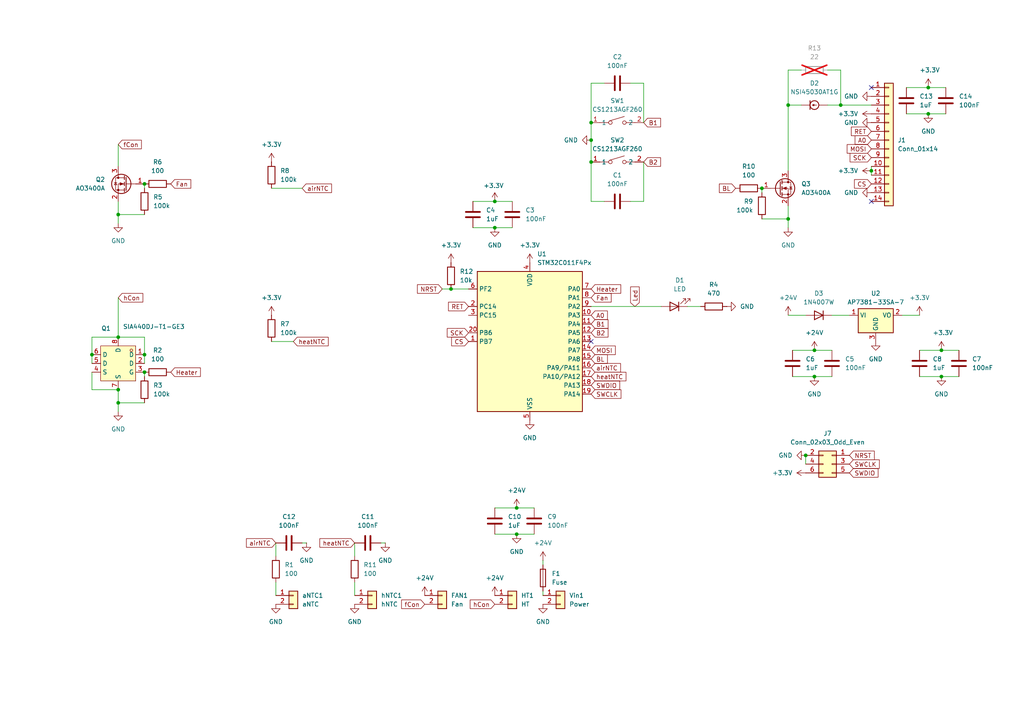
<source format=kicad_sch>
(kicad_sch (version 20250114) (generator "eeschema") (generator_version "9.0")
  (paper "A4")
  (lib_symbols
    (symbol "Connector_Generic:Conn_01x02" (pin_names (offset 1.016) (hide yes))
      (property "Reference" "J" (at 0 2.54 0))
      (property "Value" "Conn_01x02" (at 0 -5.08 0))
      (symbol "Conn_01x02_1_1"
        (rectangle (start -1.27 1.27) (end 1.27 -3.81) (stroke (width 0.254)) (fill (type background)))
        (rectangle (start -1.27 0.127) (end 0 -0.127) (stroke (width 0.1524)))
        (rectangle (start -1.27 -2.413) (end 0 -2.667) (stroke (width 0.1524)))
        (pin passive line (at -5.08 0 0) (length 3.81) (name "Pin_1") (number "1"))
        (pin passive line (at -5.08 -2.54 0) (length 3.81) (name "Pin_2") (number "2"))
      )
    )
    (symbol "Connector_Generic:Conn_01x14" (pin_names (offset 1.016) (hide yes))
      (property "Reference" "J" (at 0 17.78 0))
      (property "Value" "Conn_01x14" (at 0 -20.32 0))
      (symbol "Conn_01x14_1_1"
        (rectangle (start -1.27 16.51) (end 1.27 -19.05) (stroke (width 0.254)) (fill (type background)))
        (rectangle (start -1.27 15.367) (end 0 15.113) (stroke (width 0.1524)))
        (rectangle (start -1.27 12.827) (end 0 12.573) (stroke (width 0.1524)))
        (rectangle (start -1.27 10.287) (end 0 10.033) (stroke (width 0.1524)))
        (rectangle (start -1.27 7.747) (end 0 7.493) (stroke (width 0.1524)))
        (rectangle (start -1.27 5.207) (end 0 4.953) (stroke (width 0.1524)))
        (rectangle (start -1.27 2.667) (end 0 2.413) (stroke (width 0.1524)))
        (rectangle (start -1.27 0.127) (end 0 -0.127) (stroke (width 0.1524)))
        (rectangle (start -1.27 -2.413) (end 0 -2.667) (stroke (width 0.1524)))
        (rectangle (start -1.27 -4.953) (end 0 -5.207) (stroke (width 0.1524)))
        (rectangle (start -1.27 -7.493) (end 0 -7.747) (stroke (width 0.1524)))
        (rectangle (start -1.27 -10.033) (end 0 -10.287) (stroke (width 0.1524)))
        (rectangle (start -1.27 -12.573) (end 0 -12.827) (stroke (width 0.1524)))
        (rectangle (start -1.27 -15.113) (end 0 -15.367) (stroke (width 0.1524)))
        (rectangle (start -1.27 -17.653) (end 0 -17.907) (stroke (width 0.1524)))
        (pin passive line (at -5.08 15.24 0) (length 3.81) (name "Pin_1") (number "1"))
        (pin passive line (at -5.08 12.7 0) (length 3.81) (name "Pin_2") (number "2"))
        (pin passive line (at -5.08 10.16 0) (length 3.81) (name "Pin_3") (number "3"))
        (pin passive line (at -5.08 7.62 0) (length 3.81) (name "Pin_4") (number "4"))
        (pin passive line (at -5.08 5.08 0) (length 3.81) (name "Pin_5") (number "5"))
        (pin passive line (at -5.08 2.54 0) (length 3.81) (name "Pin_6") (number "6"))
        (pin passive line (at -5.08 0 0) (length 3.81) (name "Pin_7") (number "7"))
        (pin passive line (at -5.08 -2.54 0) (length 3.81) (name "Pin_8") (number "8"))
        (pin passive line (at -5.08 -5.08 0) (length 3.81) (name "Pin_9") (number "9"))
        (pin passive line (at -5.08 -7.62 0) (length 3.81) (name "Pin_10") (number "10"))
        (pin passive line (at -5.08 -10.16 0) (length 3.81) (name "Pin_11") (number "11"))
        (pin passive line (at -5.08 -12.7 0) (length 3.81) (name "Pin_12") (number "12"))
        (pin passive line (at -5.08 -15.24 0) (length 3.81) (name "Pin_13") (number "13"))
        (pin passive line (at -5.08 -17.78 0) (length 3.81) (name "Pin_14") (number "14"))
      )
    )
    (symbol "Connector_Generic:Conn_02x03_Odd_Even" (pin_names (offset 1.016) (hide yes))
      (property "Reference" "J" (at 1.27 5.08 0))
      (property "Value" "Conn_02x03_Odd_Even" (at 1.27 -5.08 0))
      (symbol "Conn_02x03_Odd_Even_1_1"
        (rectangle (start -1.27 3.81) (end 3.81 -3.81) (stroke (width 0.254)) (fill (type background)))
        (rectangle (start -1.27 2.667) (end 0 2.413) (stroke (width 0.1524)))
        (rectangle (start -1.27 0.127) (end 0 -0.127) (stroke (width 0.1524)))
        (rectangle (start -1.27 -2.413) (end 0 -2.667) (stroke (width 0.1524)))
        (rectangle (start 3.81 2.667) (end 2.54 2.413) (stroke (width 0.1524)))
        (rectangle (start 3.81 0.127) (end 2.54 -0.127) (stroke (width 0.1524)))
        (rectangle (start 3.81 -2.413) (end 2.54 -2.667) (stroke (width 0.1524)))
        (pin passive line (at -5.08 2.54 0) (length 3.81) (name "Pin_1") (number "1"))
        (pin passive line (at -5.08 0 0) (length 3.81) (name "Pin_3") (number "3"))
        (pin passive line (at -5.08 -2.54 0) (length 3.81) (name "Pin_5") (number "5"))
        (pin passive line (at 7.62 2.54 180) (length 3.81) (name "Pin_2") (number "2"))
        (pin passive line (at 7.62 0 180) (length 3.81) (name "Pin_4") (number "4"))
        (pin passive line (at 7.62 -2.54 180) (length 3.81) (name "Pin_6") (number "6"))
      )
    )
    (symbol "Device:C" (pin_numbers (hide yes)) (pin_names (offset 0.254))
      (property "Reference" "C" (at 0.635 2.54 0))
      (property "Value" "C" (at 0.635 -2.54 0))
      (symbol "C_0_1"
        (polyline (pts (xy -2.032 0.762) (xy 2.032 0.762)) (stroke (width 0.508)))
        (polyline (pts (xy -2.032 -0.762) (xy 2.032 -0.762)) (stroke (width 0.508)))
      )
      (symbol "C_1_1"
        (pin passive line (at 0 3.81 270) (length 2.794) (name "~") (number "1"))
        (pin passive line (at 0 -3.81 90) (length 2.794) (name "~") (number "2"))
      )
    )
    (symbol "Device:D_Current-regulator" (pin_numbers (hide yes)) (pin_names (offset 1.016) (hide yes))
      (property "Reference" "D" (at 0 2.54 0))
      (property "Value" "D_Current-regulator" (at 0 -2.54 0))
      (symbol "D_Current-regulator_0_1"
        (polyline (pts (xy -1.27 1.27) (xy -1.27 -1.27)) (stroke (width 0.254)))
      )
      (symbol "D_Current-regulator_1_1"
        (polyline (pts (xy -0.127 0.254) (xy -0.635 0) (xy -0.127 -0.254) (xy -0.127 0.254)) (fill (type outline)))
        (polyline (pts (xy -0.127 0) (xy 0.635 0)))
        (circle (center 0 0) (radius 1.27) (stroke (width 0.254)))
        (pin passive line (at -3.81 0 0) (length 2.54) (name "K") (number "1"))
        (pin passive line (at 3.81 0 180) (length 2.54) (name "A") (number "2"))
      )
    )
    (symbol "Device:Fuse" (pin_numbers (hide yes)) (pin_names (offset 0))
      (property "Reference" "F" (at 2.032 0 90))
      (property "Value" "Fuse" (at -1.905 0 90))
      (symbol "Fuse_0_1"
        (rectangle (start -0.762 -2.54) (end 0.762 2.54) (stroke (width 0.254)))
        (polyline (pts (xy 0 2.54) (xy 0 -2.54)))
      )
      (symbol "Fuse_1_1"
        (pin passive line (at 0 3.81 270) (length 1.27) (name "~") (number "1"))
        (pin passive line (at 0 -3.81 90) (length 1.27) (name "~") (number "2"))
      )
    )
    (symbol "Device:LED" (pin_numbers (hide yes)) (pin_names (offset 1.016) (hide yes))
      (property "Reference" "D" (at 0 2.54 0))
      (property "Value" "LED" (at 0 -2.54 0))
      (symbol "LED_0_1"
        (polyline (pts (xy -3.048 -0.762) (xy -4.572 -2.286) (xy -3.81 -2.286) (xy -4.572 -2.286) (xy -4.572 -1.524)))
        (polyline (pts (xy -1.778 -0.762) (xy -3.302 -2.286) (xy -2.54 -2.286) (xy -3.302 -2.286) (xy -3.302 -1.524)))
        (polyline (pts (xy -1.27 0) (xy 1.27 0)))
        (polyline (pts (xy -1.27 -1.27) (xy -1.27 1.27)) (stroke (width 0.254)))
        (polyline (pts (xy 1.27 -1.27) (xy 1.27 1.27) (xy -1.27 0) (xy 1.27 -1.27)) (stroke (width 0.254)))
      )
      (symbol "LED_1_1"
        (pin passive line (at -3.81 0 0) (length 2.54) (name "K") (number "1"))
        (pin passive line (at 3.81 0 180) (length 2.54) (name "A") (number "2"))
      )
    )
    (symbol "Device:R" (pin_numbers (hide yes)) (pin_names (offset 0))
      (property "Reference" "R" (at 2.032 0 90))
      (property "Value" "R" (at 0 0 90))
      (symbol "R_0_1"
        (rectangle (start -1.016 -2.54) (end 1.016 2.54) (stroke (width 0.254)))
      )
      (symbol "R_1_1"
        (pin passive line (at 0 3.81 270) (length 1.27) (name "~") (number "1"))
        (pin passive line (at 0 -3.81 90) (length 1.27) (name "~") (number "2"))
      )
    )
    (symbol "Diode:1N4007" (pin_numbers (hide yes)) (pin_names (hide yes))
      (property "Reference" "D" (at 0 2.54 0))
      (property "Value" "1N4007" (at 0 -2.54 0))
      (symbol "1N4007_0_1"
        (polyline (pts (xy -1.27 1.27) (xy -1.27 -1.27)) (stroke (width 0.254)))
        (polyline (pts (xy 1.27 1.27) (xy 1.27 -1.27) (xy -1.27 0) (xy 1.27 1.27)) (stroke (width 0.254)))
        (polyline (pts (xy 1.27 0) (xy -1.27 0)))
      )
      (symbol "1N4007_1_1"
        (pin passive line (at -3.81 0 0) (length 2.54) (name "K") (number "1"))
        (pin passive line (at 3.81 0 180) (length 2.54) (name "A") (number "2"))
      )
    )
    (symbol "MCU_ST_STM32C0:STM32C011F4Px"
      (property "Reference" "U" (at -15.24 21.59 0))
      (property "Value" "STM32C011F4Px" (at 2.54 21.59 0))
      (symbol "STM32C011F4Px_0_1"
        (rectangle (start -15.24 -20.32) (end 15.24 20.32) (stroke (width 0.254)) (fill (type background)))
      )
      (symbol "STM32C011F4Px_1_1"
        (pin bidirectional line (at -17.78 15.24 0) (length 2.54) (name "PF2") (number "6"))
        (pin bidirectional line (at -17.78 10.16 0) (length 2.54) (name "PC14") (number "2"))
        (pin bidirectional line (at -17.78 7.62 0) (length 2.54) (name "PC15") (number "3"))
        (pin bidirectional line (at -17.78 2.54 0) (length 2.54) (name "PB6") (number "20"))
        (pin bidirectional line (at -17.78 0 0) (length 2.54) (name "PB7") (number "1"))
        (pin power_in line (at 0 22.86 270) (length 2.54) (name "VDD") (number "4"))
        (pin power_in line (at 0 -22.86 90) (length 2.54) (name "VSS") (number "5"))
        (pin bidirectional line (at 17.78 15.24 180) (length 2.54) (name "PA0") (number "7"))
        (pin bidirectional line (at 17.78 12.7 180) (length 2.54) (name "PA1") (number "8"))
        (pin bidirectional line (at 17.78 10.16 180) (length 2.54) (name "PA2") (number "9"))
        (pin bidirectional line (at 17.78 7.62 180) (length 2.54) (name "PA3") (number "10"))
        (pin bidirectional line (at 17.78 5.08 180) (length 2.54) (name "PA4") (number "11"))
        (pin bidirectional line (at 17.78 2.54 180) (length 2.54) (name "PA5") (number "12"))
        (pin bidirectional line (at 17.78 0 180) (length 2.54) (name "PA6") (number "13"))
        (pin bidirectional line (at 17.78 -2.54 180) (length 2.54) (name "PA7") (number "14"))
        (pin bidirectional line (at 17.78 -5.08 180) (length 2.54) (name "PA8") (number "15"))
        (pin bidirectional line (at 17.78 -7.62 180) (length 2.54) (name "PA9/PA11") (number "16"))
        (pin bidirectional line (at 17.78 -10.16 180) (length 2.54) (name "PA10/PA12") (number "17"))
        (pin bidirectional line (at 17.78 -12.7 180) (length 2.54) (name "PA13") (number "18"))
        (pin bidirectional line (at 17.78 -15.24 180) (length 2.54) (name "PA14") (number "19"))
      )
    )
    (symbol "Regulator_Linear:AP7381-33SA-7"
      (property "Reference" "U" (at -3.81 3.175 0))
      (property "Value" "AP7381-33SA-7" (at 0 3.175 0))
      (symbol "AP7381-33SA-7_0_1"
        (rectangle (start -5.08 1.905) (end 5.08 -5.08) (stroke (width 0.254)) (fill (type background)))
      )
      (symbol "AP7381-33SA-7_1_1"
        (pin power_in line (at -7.62 0 0) (length 2.54) (name "VI") (number "1"))
        (pin power_in line (at 0 -7.62 90) (length 2.54) (name "GND") (number "3"))
        (pin power_out line (at 7.62 0 180) (length 2.54) (name "VO") (number "2"))
      )
    )
    (symbol "Transistor_FET:AO3400A" (pin_names (offset 0) (hide yes))
      (property "Reference" "Q" (at 5.08 1.905 0))
      (property "Value" "AO3400A" (at 5.08 0 0))
      (symbol "AO3400A_0_1"
        (polyline (pts (xy 0.254 1.905) (xy 0.254 -1.905)) (stroke (width 0.254)))
        (polyline (pts (xy 0.254 0) (xy -2.54 0)))
        (polyline (pts (xy 0.762 2.286) (xy 0.762 1.27)) (stroke (width 0.254)))
        (polyline (pts (xy 0.762 0.508) (xy 0.762 -0.508)) (stroke (width 0.254)))
        (polyline (pts (xy 0.762 -1.27) (xy 0.762 -2.286)) (stroke (width 0.254)))
        (polyline (pts (xy 0.762 -1.778) (xy 3.302 -1.778) (xy 3.302 1.778) (xy 0.762 1.778)))
        (polyline (pts (xy 1.016 0) (xy 2.032 0.381) (xy 2.032 -0.381) (xy 1.016 0)) (fill (type outline)))
        (circle (center 1.651 0) (radius 2.794) (stroke (width 0.254)))
        (polyline (pts (xy 2.54 2.54) (xy 2.54 1.778)))
        (circle (center 2.54 1.778) (radius 0.254) (fill (type outline)))
        (circle (center 2.54 -1.778) (radius 0.254) (fill (type outline)))
        (polyline (pts (xy 2.54 -2.54) (xy 2.54 0) (xy 0.762 0)))
        (polyline (pts (xy 2.921 0.381) (xy 3.683 0.381)))
        (polyline (pts (xy 3.302 0.381) (xy 2.921 -0.254) (xy 3.683 -0.254) (xy 3.302 0.381)))
      )
      (symbol "AO3400A_1_1"
        (pin input line (at -5.08 0 0) (length 2.54) (name "G") (number "1"))
        (pin passive line (at 2.54 5.08 270) (length 2.54) (name "D") (number "3"))
        (pin passive line (at 2.54 -5.08 90) (length 2.54) (name "S") (number "2"))
      )
    )
    (symbol "easyeda2kicad:SIA440DJ-T1-GE3"
      (property "Reference" "Q" (at 0 12.7 0))
      (property "Value" "SIA440DJ-T1-GE3" (at 0 -12.7 0))
      (symbol "SIA440DJ-T1-GE3_0_1"
        (rectangle (start -5.08 5.08) (end 5.08 -5.08) (fill (type background)))
        (circle (center -3.81 3.81) (radius 0.38))
        (pin unspecified line (at -7.62 2.54 0) (length 2.54) (name "D") (number "1"))
        (pin unspecified line (at -7.62 0 0) (length 2.54) (name "D") (number "2"))
        (pin unspecified line (at -7.62 -2.54 0) (length 2.54) (name "G") (number "3"))
        (pin unspecified line (at 0 7.62 270) (length 2.54) (name "D") (number "8"))
        (pin unspecified line (at 0 -7.62 90) (length 2.54) (name "S") (number "7"))
        (pin unspecified line (at 7.62 2.54 180) (length 2.54) (name "D") (number "6"))
        (pin unspecified line (at 7.62 0 180) (length 2.54) (name "D") (number "5"))
        (pin unspecified line (at 7.62 -2.54 180) (length 2.54) (name "S") (number "4"))
      )
    )
    (symbol "easyeda2kicad:TS-1088-AR02016"
      (property "Reference" "SW" (at 0 5.08 0))
      (property "Value" "TS-1088-AR02016" (at 0 -5.08 0))
      (symbol "TS-1088-AR02016_0_1"
        (polyline (pts (xy -5.08 0) (xy -2.54 0)))
        (polyline (pts (xy -2.29 0.51) (xy 2.03 1.78)))
        (circle (center -2.03 0) (radius 0.51))
        (circle (center 2.03 0) (radius 0.51))
        (polyline (pts (xy 5.08 0) (xy 2.54 0)))
        (pin unspecified line (at -7.62 0 0) (length 2.54) (name "1") (number "1"))
        (pin unspecified line (at 7.62 0 180) (length 2.54) (name "2") (number "2"))
      )
    )
    (symbol "power:+24V" (power) (pin_numbers (hide yes)) (pin_names (offset 0) (hide yes))
      (property "Value" "+24V" (at 0 3.556 0))
      (symbol "+24V_0_1"
        (polyline (pts (xy -0.762 1.27) (xy 0 2.54)))
        (polyline (pts (xy 0 2.54) (xy 0.762 1.27)))
        (polyline (pts (xy 0 0) (xy 0 2.54)))
      )
      (symbol "+24V_1_1"
        (pin power_in line (at 0 0 90) (length 0) (name "~") (number "1"))
      )
    )
    (symbol "power:+3.3V" (power) (pin_numbers (hide yes)) (pin_names (offset 0) (hide yes))
      (property "Value" "+3.3V" (at 0 3.556 0))
      (symbol "+3.3V_0_1"
        (polyline (pts (xy -0.762 1.27) (xy 0 2.54)))
        (polyline (pts (xy 0 2.54) (xy 0.762 1.27)))
        (polyline (pts (xy 0 0) (xy 0 2.54)))
      )
      (symbol "+3.3V_1_1"
        (pin power_in line (at 0 0 90) (length 0) (name "~") (number "1"))
      )
    )
    (symbol "power:GND" (power) (pin_numbers (hide yes)) (pin_names (offset 0) (hide yes))
      (property "Value" "GND" (at 0 -3.81 0))
      (symbol "GND_0_1"
        (polyline (pts (xy 0 0) (xy 0 -1.27) (xy 1.27 -1.27) (xy 0 -2.54) (xy -1.27 -1.27) (xy 0 -1.27)))
      )
      (symbol "GND_1_1"
        (pin power_in line (at 0 0 270) (length 0) (name "~") (number "1"))
      )
    )
  )
  (junction (at 228.6 63.5))
  (junction (at 269.24 33.02))
  (junction (at 34.29 62.23))
  (junction (at 171.45 40.64))
  (junction (at 252.73 49.53))
  (junction (at 273.05 109.22))
  (junction (at 233.68 132.08))
  (junction (at 143.51 58.42))
  (junction (at 236.22 101.6))
  (junction (at 171.45 46.99))
  (junction (at 269.24 25.4))
  (junction (at 236.22 109.22))
  (junction (at 149.86 147.32))
  (junction (at 143.51 66.04))
  (junction (at 220.98 54.61))
  (junction (at 228.6 30.48))
  (junction (at 26.67 102.87))
  (junction (at 130.81 83.82))
  (junction (at 273.05 101.6))
  (junction (at 149.86 154.94))
  (junction (at 34.29 97.79))
  (junction (at 34.29 116.84))
  (junction (at 41.91 53.34))
  (junction (at 41.91 102.87))
  (junction (at 41.91 107.95))
  (junction (at 171.45 35.56))
  (junction (at 243.84 30.48))
  (junction (at 34.29 113.03))
  (no_connect (at 252.73 25.4))
  (no_connect (at 171.45 99.06))
  (no_connect (at 252.73 58.42))
  (wire (pts (xy 278.13 109.22) (xy 273.05 109.22)))
  (wire (pts (xy 220.98 55.88) (xy 220.98 54.61)))
  (wire (pts (xy 233.68 132.08) (xy 233.68 134.62)))
  (wire (pts (xy 236.22 109.22) (xy 241.3 109.22)))
  (wire (pts (xy 273.05 101.6) (xy 278.13 101.6)))
  (wire (pts (xy 252.73 49.53) (xy 252.73 50.8)))
  (wire (pts (xy 182.88 58.42) (xy 186.69 58.42)))
  (wire (pts (xy 228.6 63.5) (xy 228.6 59.69)))
  (wire (pts (xy 171.45 24.13) (xy 175.26 24.13)))
  (wire (pts (xy 186.69 58.42) (xy 186.69 46.99)))
  (wire (pts (xy 171.45 58.42) (xy 175.26 58.42)))
  (wire (pts (xy 88.9 157.48) (xy 87.63 157.48)))
  (wire (pts (xy 269.24 25.4) (xy 274.32 25.4)))
  (wire (pts (xy 171.45 46.99) (xy 171.45 58.42)))
  (wire (pts (xy 229.87 109.22) (xy 236.22 109.22)))
  (wire (pts (xy 228.6 63.5) (xy 220.98 63.5)))
  (wire (pts (xy 232.41 20.32) (xy 228.6 20.32)))
  (wire (pts (xy 228.6 20.32) (xy 228.6 30.48)))
  (wire (pts (xy 80.01 168.91) (xy 80.01 172.72)))
  (wire (pts (xy 26.67 113.03) (xy 34.29 113.03)))
  (wire (pts (xy 34.29 62.23) (xy 41.91 62.23)))
  (wire (pts (xy 228.6 30.48) (xy 228.6 49.53)))
  (wire (pts (xy 243.84 30.48) (xy 240.03 30.48)))
  (wire (pts (xy 228.6 66.04) (xy 228.6 63.5)))
  (wire (pts (xy 266.7 91.44) (xy 261.62 91.44)))
  (wire (pts (xy 87.63 54.61) (xy 78.74 54.61)))
  (wire (pts (xy 182.88 24.13) (xy 186.69 24.13)))
  (wire (pts (xy 137.16 58.42) (xy 143.51 58.42)))
  (wire (pts (xy 128.27 83.82) (xy 130.81 83.82)))
  (wire (pts (xy 34.29 62.23) (xy 34.29 58.42)))
  (wire (pts (xy 111.76 157.48) (xy 110.49 157.48)))
  (wire (pts (xy 143.51 58.42) (xy 148.59 58.42)))
  (wire (pts (xy 171.45 24.13) (xy 171.45 35.56)))
  (wire (pts (xy 26.67 97.79) (xy 34.29 97.79)))
  (wire (pts (xy 34.29 86.36) (xy 34.29 97.79)))
  (wire (pts (xy 41.91 102.87) (xy 41.91 105.41)))
  (wire (pts (xy 266.7 101.6) (xy 273.05 101.6)))
  (wire (pts (xy 80.01 157.48) (xy 80.01 161.29)))
  (wire (pts (xy 171.45 88.9) (xy 191.77 88.9)))
  (wire (pts (xy 143.51 154.94) (xy 149.86 154.94)))
  (wire (pts (xy 149.86 154.94) (xy 154.94 154.94)))
  (wire (pts (xy 143.51 66.04) (xy 148.59 66.04)))
  (wire (pts (xy 186.69 24.13) (xy 186.69 35.56)))
  (wire (pts (xy 252.73 30.48) (xy 243.84 30.48)))
  (wire (pts (xy 157.48 171.45) (xy 157.48 172.72)))
  (wire (pts (xy 130.81 83.82) (xy 135.89 83.82)))
  (wire (pts (xy 34.29 116.84) (xy 41.91 116.84)))
  (wire (pts (xy 34.29 116.84) (xy 34.29 113.03)))
  (wire (pts (xy 229.87 101.6) (xy 236.22 101.6)))
  (wire (pts (xy 34.29 119.38) (xy 34.29 116.84)))
  (wire (pts (xy 41.91 97.79) (xy 41.91 102.87)))
  (wire (pts (xy 262.89 25.4) (xy 269.24 25.4)))
  (wire (pts (xy 228.6 91.44) (xy 233.68 91.44)))
  (wire (pts (xy 241.3 91.44) (xy 246.38 91.44)))
  (wire (pts (xy 157.48 162.56) (xy 157.48 163.83)))
  (wire (pts (xy 236.22 101.6) (xy 241.3 101.6)))
  (wire (pts (xy 41.91 54.61) (xy 41.91 53.34)))
  (wire (pts (xy 41.91 109.22) (xy 41.91 107.95)))
  (wire (pts (xy 143.51 147.32) (xy 149.86 147.32)))
  (wire (pts (xy 203.2 88.9) (xy 199.39 88.9)))
  (wire (pts (xy 149.86 147.32) (xy 154.94 147.32)))
  (wire (pts (xy 232.41 30.48) (xy 228.6 30.48)))
  (wire (pts (xy 85.09 99.06) (xy 78.74 99.06)))
  (wire (pts (xy 34.29 41.91) (xy 34.29 48.26)))
  (wire (pts (xy 262.89 33.02) (xy 269.24 33.02)))
  (wire (pts (xy 34.29 64.77) (xy 34.29 62.23)))
  (wire (pts (xy 41.91 97.79) (xy 34.29 97.79)))
  (wire (pts (xy 26.67 102.87) (xy 26.67 105.41)))
  (wire (pts (xy 26.67 97.79) (xy 26.67 102.87)))
  (wire (pts (xy 274.32 33.02) (xy 269.24 33.02)))
  (wire (pts (xy 26.67 107.95) (xy 26.67 113.03)))
  (wire (pts (xy 243.84 20.32) (xy 243.84 30.48)))
  (wire (pts (xy 171.45 40.64) (xy 171.45 46.99)))
  (wire (pts (xy 137.16 66.04) (xy 143.51 66.04)))
  (wire (pts (xy 102.87 157.48) (xy 102.87 161.29)))
  (wire (pts (xy 171.45 40.64) (xy 171.45 35.56)))
  (wire (pts (xy 102.87 168.91) (xy 102.87 172.72)))
  (wire (pts (xy 240.03 20.32) (xy 243.84 20.32)))
  (wire (pts (xy 252.73 48.26) (xy 252.73 49.53)))
  (wire (pts (xy 266.7 109.22) (xy 273.05 109.22)))
  (global_label "Fan" (shape input) (at 49.53 53.34 0) (property "Intersheetrefs" "${INTERSHEET_REFS}" (effects (hide yes))))
  (global_label "SWDIO" (shape input) (at 246.38 137.16 0) (property "Intersheetrefs" "${INTERSHEET_REFS}" (effects (hide yes))))
  (global_label "RET" (shape input) (at 135.89 88.9 180) (property "Intersheetrefs" "${INTERSHEET_REFS}" (effects (hide yes))))
  (global_label "hCon" (shape input) (at 143.51 175.26 180) (property "Intersheetrefs" "${INTERSHEET_REFS}" (effects (hide yes))))
  (global_label "fCon" (shape input) (at 34.29 41.91 0) (property "Intersheetrefs" "${INTERSHEET_REFS}" (effects (hide yes))))
  (global_label "airNTC" (shape input) (at 80.01 157.48 180) (property "Intersheetrefs" "${INTERSHEET_REFS}" (effects (hide yes))))
  (global_label "RET" (shape input) (at 252.73 38.1 180) (property "Intersheetrefs" "${INTERSHEET_REFS}" (effects (hide yes))))
  (global_label "fCon" (shape input) (at 123.19 175.26 180) (property "Intersheetrefs" "${INTERSHEET_REFS}" (effects (hide yes))))
  (global_label "CS" (shape input) (at 252.73 53.34 180) (property "Intersheetrefs" "${INTERSHEET_REFS}" (effects (hide yes))))
  (global_label "heatNTC" (shape input) (at 171.45 109.22 0) (property "Intersheetrefs" "${INTERSHEET_REFS}" (effects (hide yes))))
  (global_label "airNTC" (shape input) (at 171.45 106.68 0) (property "Intersheetrefs" "${INTERSHEET_REFS}" (effects (hide yes))))
  (global_label "SWDIO" (shape input) (at 171.45 111.76 0) (property "Intersheetrefs" "${INTERSHEET_REFS}" (effects (hide yes))))
  (global_label "SWCLK" (shape input) (at 171.45 114.3 0) (property "Intersheetrefs" "${INTERSHEET_REFS}" (effects (hide yes))))
  (global_label "MOSI" (shape input) (at 171.45 101.6 0) (property "Intersheetrefs" "${INTERSHEET_REFS}" (effects (hide yes))))
  (global_label "Heater" (shape input) (at 171.45 83.82 0) (property "Intersheetrefs" "${INTERSHEET_REFS}" (effects (hide yes))))
  (global_label "Fan" (shape input) (at 171.45 86.36 0) (property "Intersheetrefs" "${INTERSHEET_REFS}" (effects (hide yes))))
  (global_label "B1" (shape input) (at 171.45 93.98 0) (property "Intersheetrefs" "${INTERSHEET_REFS}" (effects (hide yes))))
  (global_label "B2" (shape input) (at 171.45 96.52 0) (property "Intersheetrefs" "${INTERSHEET_REFS}" (effects (hide yes))))
  (global_label "Led" (shape input) (at 184.15 88.9 90) (property "Intersheetrefs" "${INTERSHEET_REFS}" (effects (hide yes))))
  (global_label "SCK" (shape input) (at 135.89 96.52 180) (property "Intersheetrefs" "${INTERSHEET_REFS}" (effects (hide yes))))
  (global_label "NRST" (shape input) (at 128.27 83.82 180) (property "Intersheetrefs" "${INTERSHEET_REFS}" (effects (hide yes))))
  (global_label "B1" (shape input) (at 186.69 35.56 0) (property "Intersheetrefs" "${INTERSHEET_REFS}" (effects (hide yes))))
  (global_label "BL" (shape input) (at 171.45 104.14 0) (property "Intersheetrefs" "${INTERSHEET_REFS}" (effects (hide yes))))
  (global_label "A0" (shape input) (at 171.45 91.44 0) (property "Intersheetrefs" "${INTERSHEET_REFS}" (effects (hide yes))))
  (global_label "Heater" (shape input) (at 49.53 107.95 0) (property "Intersheetrefs" "${INTERSHEET_REFS}" (effects (hide yes))))
  (global_label "BL" (shape input) (at 213.36 54.61 180) (property "Intersheetrefs" "${INTERSHEET_REFS}" (effects (hide yes))))
  (global_label "heatNTC" (shape input) (at 102.87 157.48 180) (property "Intersheetrefs" "${INTERSHEET_REFS}" (effects (hide yes))))
  (global_label "NRST" (shape input) (at 246.38 132.08 0) (property "Intersheetrefs" "${INTERSHEET_REFS}" (effects (hide yes))))
  (global_label "hCon" (shape input) (at 34.29 86.36 0) (property "Intersheetrefs" "${INTERSHEET_REFS}" (effects (hide yes))))
  (global_label "CS" (shape input) (at 135.89 99.06 180) (property "Intersheetrefs" "${INTERSHEET_REFS}" (effects (hide yes))))
  (global_label "A0" (shape input) (at 252.73 40.64 180) (property "Intersheetrefs" "${INTERSHEET_REFS}" (effects (hide yes))))
  (global_label "B2" (shape input) (at 186.69 46.99 0) (property "Intersheetrefs" "${INTERSHEET_REFS}" (effects (hide yes))))
  (global_label "SWCLK" (shape input) (at 246.38 134.62 0) (property "Intersheetrefs" "${INTERSHEET_REFS}" (effects (hide yes))))
  (global_label "MOSI" (shape input) (at 252.73 43.18 180) (property "Intersheetrefs" "${INTERSHEET_REFS}" (effects (hide yes))))
  (global_label "SCK" (shape input) (at 252.73 45.72 180) (property "Intersheetrefs" "${INTERSHEET_REFS}" (effects (hide yes))))
  (global_label "heatNTC" (shape input) (at 85.09 99.06 0) (property "Intersheetrefs" "${INTERSHEET_REFS}" (effects (hide yes))))
  (global_label "airNTC" (shape input) (at 87.63 54.61 0) (property "Intersheetrefs" "${INTERSHEET_REFS}" (effects (hide yes))))
  (symbol (lib_id "power:+24V") (at 157.48 162.56 0) (unit 1)
    (property "Reference" "#PWR022" (effects (hide yes)))
    (property "Value" "+24V" (at 157.48 157.48 0))
    (property "Description" "Power symbol creates a global label with name \"+24V\"" (effects (hide yes)))
  )
  (symbol (lib_id "Device:C") (at 278.13 105.41 0) (unit 1)
    (property "Reference" "C7" (at 281.94 104.1399 0) (effects (justify left)))
    (property "Value" "100nF" (at 281.94 106.6799 0) (effects (justify left)))
    (property "Footprint" "Capacitor_SMD:C_0603_1608Metric" (effects (hide yes)))
    (property "Description" "Unpolarized capacitor" (effects (hide yes)))
  )
  (symbol (lib_id "Device:C") (at 148.59 62.23 0) (unit 1)
    (property "Reference" "C3" (at 152.4 60.9599 0) (effects (justify left)))
    (property "Value" "100nF" (at 152.4 63.4999 0) (effects (justify left)))
    (property "Footprint" "Capacitor_SMD:C_0603_1608Metric" (effects (hide yes)))
    (property "Description" "Unpolarized capacitor" (effects (hide yes)))
  )
  (symbol (lib_id "power:GND") (at 210.82 88.9 90) (unit 1)
    (property "Reference" "#PWR07" (effects (hide yes)))
    (property "Value" "GND" (at 214.63 88.8999 90) (effects (justify right)))
    (property "Description" "Power symbol creates a global label with name \"GND\" , ground" (effects (hide yes)))
  )
  (symbol (lib_id "power:GND") (at 34.29 64.77 0) (unit 1)
    (property "Reference" "#PWR06" (effects (hide yes)))
    (property "Value" "GND" (at 34.29 69.85 0))
    (property "Description" "Power symbol creates a global label with name \"GND\" , ground" (effects (hide yes)))
  )
  (symbol (lib_id "Device:R") (at 41.91 113.03 180) (unit 1)
    (property "Reference" "R3" (at 44.45 111.7599 0) (effects (justify right)))
    (property "Value" "100k" (at 44.45 114.2999 0) (effects (justify right)))
    (property "Footprint" "Resistor_SMD:R_0603_1608Metric" (effects (hide yes)))
    (property "Description" "Resistor" (effects (hide yes)))
  )
  (symbol (lib_id "Device:R") (at 80.01 165.1 0) (unit 1)
    (property "Reference" "R1" (at 82.55 163.8299 0) (effects (justify left)))
    (property "Value" "100" (at 82.55 166.3699 0) (effects (justify left)))
    (property "Footprint" "Resistor_SMD:R_0603_1608Metric" (effects (hide yes)))
    (property "Description" "Resistor" (effects (hide yes)))
  )
  (symbol (lib_id "Device:C") (at 266.7 105.41 0) (unit 1)
    (property "Reference" "C8" (at 270.51 104.1399 0) (effects (justify left)))
    (property "Value" "1uF" (at 270.51 106.6799 0) (effects (justify left)))
    (property "Footprint" "Capacitor_SMD:C_0805_2012Metric" (effects (hide yes)))
    (property "Description" "Unpolarized capacitor" (effects (hide yes)))
  )
  (symbol (lib_id "power:+3.3V") (at 273.05 101.6 0) (unit 1)
    (property "Reference" "#PWR027" (effects (hide yes)))
    (property "Value" "+3.3V" (at 270.51 96.52 0) (effects (justify left)))
    (property "Description" "Power symbol creates a global label with name \"+3.3V\"" (effects (hide yes)))
  )
  (symbol (lib_id "Device:R") (at 236.22 20.32 270) (unit 1) (dnp yes)
    (property "Reference" "R13" (at 236.22 13.97 90))
    (property "Value" "22" (at 236.22 16.51 90))
    (property "Footprint" "Resistor_SMD:R_0603_1608Metric" (effects (hide yes)))
    (property "Description" "Resistor" (effects (hide yes)))
  )
  (symbol (lib_id "Device:C") (at 274.32 29.21 0) (unit 1)
    (property "Reference" "C14" (at 278.13 27.9399 0) (effects (justify left)))
    (property "Value" "100nF" (at 278.13 30.4799 0) (effects (justify left)))
    (property "Footprint" "Capacitor_SMD:C_0603_1608Metric" (effects (hide yes)))
    (property "Description" "Unpolarized capacitor" (effects (hide yes)))
  )
  (symbol (lib_id "Device:R") (at 207.01 88.9 270) (unit 1)
    (property "Reference" "R4" (at 207.01 82.55 90))
    (property "Value" "470" (at 207.01 85.09 90))
    (property "Footprint" "Resistor_SMD:R_0603_1608Metric" (effects (hide yes)))
    (property "Description" "Resistor" (effects (hide yes)))
  )
  (symbol (lib_id "power:+3.3V") (at 153.67 76.2 0) (unit 1)
    (property "Reference" "#PWR01" (effects (hide yes)))
    (property "Value" "+3.3V" (at 153.67 71.12 0))
    (property "Description" "Power symbol creates a global label with name \"+3.3V\"" (effects (hide yes)))
  )
  (symbol (lib_id "Connector_Generic:Conn_01x02") (at 128.27 172.72 0) (unit 1)
    (property "Reference" "FAN1" (at 130.81 172.7199 0) (effects (justify left)))
    (property "Value" "Fan" (at 130.81 175.2599 0) (effects (justify left)))
    (property "Footprint" "Connector_JST:JST_XH_S2B-XH-A-1_1x02_P2.50mm_Horizontal" (effects (hide yes)))
    (property "Description" "Generic connector, single row, 01x02, script generated (kicad-library-utils/schlib/autogen/connector/)" (effects (hide yes)))
  )
  (symbol (lib_id "power:+24V") (at 143.51 172.72 0) (unit 1)
    (property "Reference" "#PWR023" (effects (hide yes)))
    (property "Value" "+24V" (at 143.51 167.64 0))
    (property "Description" "Power symbol creates a global label with name \"+24V\"" (effects (hide yes)))
  )
  (symbol (lib_id "power:GND") (at 88.9 157.48 0) (unit 1)
    (property "Reference" "#PWR036" (effects (hide yes)))
    (property "Value" "GND" (at 88.9 162.56 0))
    (property "Description" "Power symbol creates a global label with name \"GND\" , ground" (effects (hide yes)))
  )
  (symbol (lib_id "power:+24V") (at 228.6 91.44 0) (unit 1)
    (property "Reference" "#PWR04" (effects (hide yes)))
    (property "Value" "+24V" (at 228.6 86.36 0))
    (property "Description" "Power symbol creates a global label with name \"+24V\"" (effects (hide yes)))
  )
  (symbol (lib_id "easyeda2kicad:SIA440DJ-T1-GE3") (at 34.29 105.41 0) (mirror y) (unit 1)
    (property "Reference" "Q1" (at 32.1467 95.25 0) (effects (justify left)))
    (property "Value" "SIA440DJ-T1-GE3" (at 53.594 94.742 0) (effects (justify left)))
    (property "Footprint" "easyeda2kicad:SC-70-6L_L2.0-W2.0-P0.65-BL" (effects (hide yes)))
    (property "LCSC Part" "C727349" (effects (hide yes)))
  )
  (symbol (lib_id "Diode:1N4007") (at 237.49 91.44 180) (unit 1)
    (property "Reference" "D3" (at 237.49 85.09 0))
    (property "Value" "1N4007W" (at 237.49 87.63 0))
    (property "Footprint" "Diode_SMD:Nexperia_CFP3_SOD-123W" (effects (hide yes)))
    (property "Datasheet" "http://www.vishay.com/docs/88503/1n4001.pdf" (effects (hide yes)))
    (property "Description" "1000V 1A General Purpose Rectifier Diode, DO-41" (effects (hide yes)))
    (property "Sim.Device" "D" (effects (hide yes)))
    (property "Sim.Pins" "1=K 2=A" (effects (hide yes)))
  )
  (symbol (lib_id "power:GND") (at 236.22 109.22 0) (unit 1)
    (property "Reference" "#PWR032" (effects (hide yes)))
    (property "Value" "GND" (at 236.22 114.3 0))
    (property "Description" "Power symbol creates a global label with name \"GND\" , ground" (effects (hide yes)))
  )
  (symbol (lib_id "power:GND") (at 252.73 27.94 270) (unit 1)
    (property "Reference" "#PWR013" (effects (hide yes)))
    (property "Value" "GND" (at 248.92 27.9399 90) (effects (justify right)))
    (property "Description" "Power symbol creates a global label with name \"GND\" , ground" (effects (hide yes)))
  )
  (symbol (lib_id "power:GND") (at 149.86 154.94 0) (unit 1)
    (property "Reference" "#PWR035" (effects (hide yes)))
    (property "Value" "GND" (at 149.86 160.02 0))
    (property "Description" "Power symbol creates a global label with name \"GND\" , ground" (effects (hide yes)))
  )
  (symbol (lib_id "Connector_Generic:Conn_01x02") (at 148.59 172.72 0) (unit 1)
    (property "Reference" "HT1" (at 151.13 172.7199 0) (effects (justify left)))
    (property "Value" "HT" (at 151.13 175.2599 0) (effects (justify left)))
    (property "Footprint" "Connector_JST:JST_XH_S2B-XH-A-1_1x02_P2.50mm_Horizontal" (effects (hide yes)))
    (property "Description" "Generic connector, single row, 01x02, script generated (kicad-library-utils/schlib/autogen/connector/)" (effects (hide yes)))
  )
  (symbol (lib_id "Device:C") (at 106.68 157.48 90) (unit 1)
    (property "Reference" "C11" (at 106.68 149.86 90))
    (property "Value" "100nF" (at 106.68 152.4 90))
    (property "Footprint" "Capacitor_SMD:C_0603_1608Metric" (effects (hide yes)))
    (property "Description" "Unpolarized capacitor" (effects (hide yes)))
  )
  (symbol (lib_id "power:+24V") (at 236.22 101.6 0) (unit 1)
    (property "Reference" "#PWR033" (effects (hide yes)))
    (property "Value" "+24V" (at 236.22 96.52 0))
    (property "Description" "Power symbol creates a global label with name \"+24V\"" (effects (hide yes)))
  )
  (symbol (lib_id "power:GND") (at 252.73 55.88 270) (unit 1)
    (property "Reference" "#PWR014" (effects (hide yes)))
    (property "Value" "GND" (at 248.92 55.8799 90) (effects (justify right)))
    (property "Description" "Power symbol creates a global label with name \"GND\" , ground" (effects (hide yes)))
  )
  (symbol (lib_id "power:+3.3V") (at 266.7 91.44 0) (unit 1)
    (property "Reference" "#PWR025" (effects (hide yes)))
    (property "Value" "+3.3V" (at 266.7 86.36 0))
    (property "Description" "Power symbol creates a global label with name \"+3.3V\"" (effects (hide yes)))
  )
  (symbol (lib_id "Device:C") (at 241.3 105.41 0) (unit 1)
    (property "Reference" "C5" (at 245.11 104.1399 0) (effects (justify left)))
    (property "Value" "100nF" (at 245.11 106.6799 0) (effects (justify left)))
    (property "Footprint" "Capacitor_SMD:C_0603_1608Metric" (effects (hide yes)))
    (property "Description" "Unpolarized capacitor" (effects (hide yes)))
  )
  (symbol (lib_id "power:+3.3V") (at 233.68 137.16 90) (unit 1)
    (property "Reference" "#PWR026" (effects (hide yes)))
    (property "Value" "+3.3V" (at 229.87 137.1599 90) (effects (justify left)))
    (property "Description" "Power symbol creates a global label with name \"+3.3V\"" (effects (hide yes)))
  )
  (symbol (lib_id "MCU_ST_STM32C0:STM32C011F4Px") (at 153.67 99.06 0) (unit 1)
    (property "Reference" "U1" (at 155.8133 73.66 0) (effects (justify left)))
    (property "Value" "STM32C011F4Px" (at 155.8133 76.2 0) (effects (justify left)))
    (property "Footprint" "Package_SO:TSSOP-20_4.4x6.5mm_P0.65mm" (effects (hide yes)))
    (property "Datasheet" "https://www.st.com/resource/en/datasheet/stm32c011f4.pdf" (effects (hide yes)))
    (property "Description" "STMicroelectronics Arm Cortex-M0+ MCU, 16KB flash, 6KB RAM, 48 MHz, 2.0-3.6V, 18 GPIO, TSSOP20" (effects (hide yes)))
  )
  (symbol (lib_id "Device:R") (at 217.17 54.61 270) (mirror x) (unit 1)
    (property "Reference" "R10" (at 217.17 48.26 90))
    (property "Value" "100" (at 217.17 50.8 90))
    (property "Footprint" "Resistor_SMD:R_0603_1608Metric" (effects (hide yes)))
    (property "Description" "Resistor" (effects (hide yes)))
  )
  (symbol (lib_id "power:GND") (at 233.68 132.08 270) (unit 1)
    (property "Reference" "#PWR028" (effects (hide yes)))
    (property "Value" "GND" (at 229.87 132.0799 90) (effects (justify right)))
    (property "Description" "Power symbol creates a global label with name \"GND\" , ground" (effects (hide yes)))
  )
  (symbol (lib_id "Device:R") (at 45.72 107.95 90) (unit 1)
    (property "Reference" "R2" (at 45.72 101.6 90))
    (property "Value" "100" (at 45.72 104.14 90))
    (property "Footprint" "Resistor_SMD:R_0603_1608Metric" (effects (hide yes)))
    (property "Description" "Resistor" (effects (hide yes)))
  )
  (symbol (lib_id "power:+3.3V") (at 252.73 49.53 90) (unit 1)
    (property "Reference" "#PWR017" (effects (hide yes)))
    (property "Value" "+3.3V" (at 248.92 49.5299 90) (effects (justify left)))
    (property "Description" "Power symbol creates a global label with name \"+3.3V\"" (effects (hide yes)))
  )
  (symbol (lib_id "power:GND") (at 143.51 66.04 0) (unit 1)
    (property "Reference" "#PWR030" (effects (hide yes)))
    (property "Value" "GND" (at 143.51 71.12 0))
    (property "Description" "Power symbol creates a global label with name \"GND\" , ground" (effects (hide yes)))
  )
  (symbol (lib_id "Connector_Generic:Conn_01x02") (at 107.95 172.72 0) (unit 1)
    (property "Reference" "hNTC1" (at 110.49 172.7199 0) (effects (justify left)))
    (property "Value" "hNTC" (at 110.49 175.2599 0) (effects (justify left)))
    (property "Footprint" "Connector_Molex:Molex_PicoBlade_53048-0210_1x02_P1.25mm_Horizontal" (effects (hide yes)))
    (property "Description" "Generic connector, single row, 01x02, script generated (kicad-library-utils/schlib/autogen/connector/)" (effects (hide yes)))
  )
  (symbol (lib_id "power:+24V") (at 123.19 172.72 0) (unit 1)
    (property "Reference" "#PWR024" (effects (hide yes)))
    (property "Value" "+24V" (at 123.19 167.64 0))
    (property "Description" "Power symbol creates a global label with name \"+24V\"" (effects (hide yes)))
  )
  (symbol (lib_id "Connector_Generic:Conn_02x03_Odd_Even") (at 241.3 134.62 0) (mirror y) (unit 1)
    (property "Reference" "J7" (at 240.03 125.73 0))
    (property "Value" "Conn_02x03_Odd_Even" (at 240.03 128.27 0))
    (property "Footprint" "Connector_PinSocket_2.54mm:PinSocket_2x03_P2.54mm_Vertical_SMD" (effects (hide yes)))
    (property "Description" "Generic connector, double row, 02x03, odd/even pin numbering scheme (row 1 odd numbers, row 2 even numbers), script generated (kicad-library-utils/schlib/autogen/connector/)" (effects (hide yes)))
  )
  (symbol (lib_id "Device:D_Current-regulator") (at 236.22 30.48 0) (unit 1)
    (property "Reference" "D2" (at 236.22 24.13 0))
    (property "Value" "NSI45030AT1G" (at 236.22 26.67 0))
    (property "Footprint" "Diode_SMD:D_SOD-123" (effects (hide yes)))
    (property "Description" "Constant-current diode / current limiting diode / current regulator diode, IEC60747-3:2013" (effects (hide yes)))
  )
  (symbol (lib_id "power:GND") (at 171.45 40.64 270) (unit 1)
    (property "Reference" "#PWR09" (effects (hide yes)))
    (property "Value" "GND" (at 167.64 40.6399 90) (effects (justify right)))
    (property "Description" "Power symbol creates a global label with name \"GND\" , ground" (effects (hide yes)))
  )
  (symbol (lib_id "power:GND") (at 80.01 175.26 0) (unit 1)
    (property "Reference" "#PWR021" (effects (hide yes)))
    (property "Value" "GND" (at 80.01 180.34 0))
    (property "Description" "Power symbol creates a global label with name \"GND\" , ground" (effects (hide yes)))
  )
  (symbol (lib_id "Device:C") (at 154.94 151.13 0) (unit 1)
    (property "Reference" "C9" (at 158.75 149.8599 0) (effects (justify left)))
    (property "Value" "100nF" (at 158.75 152.3999 0) (effects (justify left)))
    (property "Footprint" "Capacitor_SMD:C_0603_1608Metric" (effects (hide yes)))
    (property "Description" "Unpolarized capacitor" (effects (hide yes)))
  )
  (symbol (lib_id "Device:Fuse") (at 157.48 167.64 180) (unit 1)
    (property "Reference" "F1" (at 160.02 166.3699 0) (effects (justify right)))
    (property "Value" "Fuse" (at 160.02 168.9099 0) (effects (justify right)))
    (property "Footprint" "Fuse:Fuse_1206_3216Metric" (effects (hide yes)))
    (property "Description" "Fuse" (effects (hide yes)))
  )
  (symbol (lib_id "power:GND") (at 157.48 175.26 0) (unit 1)
    (property "Reference" "#PWR019" (effects (hide yes)))
    (property "Value" "GND" (at 157.48 180.34 0))
    (property "Description" "Power symbol creates a global label with name \"GND\" , ground" (effects (hide yes)))
  )
  (symbol (lib_id "power:GND") (at 273.05 109.22 0) (unit 1)
    (property "Reference" "#PWR029" (effects (hide yes)))
    (property "Value" "GND" (at 273.05 114.3 0))
    (property "Description" "Power symbol creates a global label with name \"GND\" , ground" (effects (hide yes)))
  )
  (symbol (lib_id "Device:R") (at 102.87 165.1 0) (unit 1)
    (property "Reference" "R11" (at 105.41 163.8299 0) (effects (justify left)))
    (property "Value" "100" (at 105.41 166.3699 0) (effects (justify left)))
    (property "Footprint" "Resistor_SMD:R_0603_1608Metric" (effects (hide yes)))
    (property "Description" "Resistor" (effects (hide yes)))
  )
  (symbol (lib_id "Device:R") (at 78.74 50.8 0) (unit 1)
    (property "Reference" "R8" (at 81.28 49.5299 0) (effects (justify left)))
    (property "Value" "100k" (at 81.28 52.0699 0) (effects (justify left)))
    (property "Footprint" "Resistor_SMD:R_0603_1608Metric" (effects (hide yes)))
    (property "Description" "Resistor" (effects (hide yes)))
  )
  (symbol (lib_id "power:GND") (at 252.73 35.56 270) (unit 1)
    (property "Reference" "#PWR016" (effects (hide yes)))
    (property "Value" "GND" (at 248.92 35.5599 90) (effects (justify right)))
    (property "Description" "Power symbol creates a global label with name \"GND\" , ground" (effects (hide yes)))
  )
  (symbol (lib_id "easyeda2kicad:TS-1088-AR02016") (at 179.07 35.56 0) (unit 1)
    (property "Reference" "SW1" (at 179.07 29.21 0))
    (property "Value" "CS1213AGF260" (at 179.07 31.75 0))
    (property "Footprint" "easyeda2kicad:SW-SMD_L3.9-W3.0-P4.45" (effects (hide yes)))
    (property "Datasheet" "https://lcsc.com/product-detail/Tactile-Switches_XUNPU-TS-1088-AR02016_C720477.html" (effects (hide yes)))
  )
  (symbol (lib_id "power:+3.3V") (at 252.73 33.02 90) (unit 1)
    (property "Reference" "#PWR018" (effects (hide yes)))
    (property "Value" "+3.3V" (at 248.92 33.0199 90) (effects (justify left)))
    (property "Description" "Power symbol creates a global label with name \"+3.3V\"" (effects (hide yes)))
  )
  (symbol (lib_id "Device:C") (at 179.07 58.42 270) (unit 1)
    (property "Reference" "C1" (at 179.07 50.8 90))
    (property "Value" "100nF" (at 179.07 53.34 90))
    (property "Footprint" "Capacitor_SMD:C_0603_1608Metric" (effects (hide yes)))
    (property "Description" "Unpolarized capacitor" (effects (hide yes)))
  )
  (symbol (lib_id "Device:R") (at 45.72 53.34 90) (unit 1)
    (property "Reference" "R6" (at 45.72 46.99 90))
    (property "Value" "100" (at 45.72 49.53 90))
    (property "Footprint" "Resistor_SMD:R_0603_1608Metric" (effects (hide yes)))
    (property "Description" "Resistor" (effects (hide yes)))
  )
  (symbol (lib_id "Device:R") (at 220.98 59.69 0) (mirror x) (unit 1)
    (property "Reference" "R9" (at 218.44 58.4199 0) (effects (justify right)))
    (property "Value" "100k" (at 218.44 60.9599 0) (effects (justify right)))
    (property "Footprint" "Resistor_SMD:R_0603_1608Metric" (effects (hide yes)))
    (property "Description" "Resistor" (effects (hide yes)))
  )
  (symbol (lib_id "power:GND") (at 34.29 119.38 0) (unit 1)
    (property "Reference" "#PWR03" (effects (hide yes)))
    (property "Value" "GND" (at 34.29 124.46 0))
    (property "Description" "Power symbol creates a global label with name \"GND\" , ground" (effects (hide yes)))
  )
  (symbol (lib_id "easyeda2kicad:TS-1088-AR02016") (at 179.07 46.99 0) (unit 1)
    (property "Reference" "SW2" (at 179.07 40.64 0))
    (property "Value" "CS1213AGF260" (at 179.07 43.18 0))
    (property "Footprint" "easyeda2kicad:SW-SMD_L3.9-W3.0-P4.45" (effects (hide yes)))
    (property "Datasheet" "https://lcsc.com/product-detail/Tactile-Switches_XUNPU-TS-1088-AR02016_C720477.html" (effects (hide yes)))
  )
  (symbol (lib_id "Device:C") (at 137.16 62.23 0) (unit 1)
    (property "Reference" "C4" (at 140.97 60.9599 0) (effects (justify left)))
    (property "Value" "1uF" (at 140.97 63.4999 0) (effects (justify left)))
    (property "Footprint" "Capacitor_SMD:C_0805_2012Metric" (effects (hide yes)))
    (property "Description" "Unpolarized capacitor" (effects (hide yes)))
  )
  (symbol (lib_id "Transistor_FET:AO3400A") (at 226.06 54.61 0) (unit 1)
    (property "Reference" "Q3" (at 232.41 53.3399 0) (effects (justify left)))
    (property "Value" "AO3400A" (at 232.41 55.8799 0) (effects (justify left)))
    (property "Footprint" "Package_TO_SOT_SMD:SOT-23" (effects (hide yes)))
    (property "Datasheet" "http://www.aosmd.com/pdfs/datasheet/AO3400A.pdf" (effects (hide yes)))
    (property "Description" "30V Vds, 5.7A Id, N-Channel MOSFET, SOT-23" (effects (hide yes)))
  )
  (symbol (lib_id "Device:R") (at 130.81 80.01 0) (unit 1)
    (property "Reference" "R12" (at 133.35 78.7399 0) (effects (justify left)))
    (property "Value" "10k" (at 133.35 81.2799 0) (effects (justify left)))
    (property "Footprint" "Resistor_SMD:R_0603_1608Metric" (effects (hide yes)))
    (property "Description" "Resistor" (effects (hide yes)))
  )
  (symbol (lib_id "Regulator_Linear:AP7381-33SA-7") (at 254 91.44 0) (unit 1)
    (property "Reference" "U2" (at 254 85.09 0))
    (property "Value" "AP7381-33SA-7" (at 254 87.63 0))
    (property "Footprint" "Package_TO_SOT_SMD:SOT-23" (effects (hide yes)))
    (property "Datasheet" "https://www.diodes.com/assets/Datasheets/AP7381.pdf" (effects (hide yes)))
    (property "Description" "150mA Low Dropout Voltage Regulator, Fixed Output 3.3V, Wide Input Voltage Range 40V, SOT-23" (effects (hide yes)))
  )
  (symbol (lib_id "Connector_Generic:Conn_01x14") (at 257.81 40.64 0) (unit 1)
    (property "Reference" "J1" (at 260.35 40.6399 0) (effects (justify left)))
    (property "Value" "Conn_01x14" (at 260.35 43.1799 0) (effects (justify left)))
    (property "Footprint" "Extra:STP0177A-128160" (effects (hide yes)))
    (property "Description" "Generic connector, single row, 01x14, script generated (kicad-library-utils/schlib/autogen/connector/)" (effects (hide yes)))
  )
  (symbol (lib_id "Device:C") (at 179.07 24.13 270) (unit 1)
    (property "Reference" "C2" (at 179.07 16.51 90))
    (property "Value" "100nF" (at 179.07 19.05 90))
    (property "Footprint" "Capacitor_SMD:C_0603_1608Metric" (effects (hide yes)))
    (property "Description" "Unpolarized capacitor" (effects (hide yes)))
  )
  (symbol (lib_id "Device:C") (at 229.87 105.41 0) (unit 1)
    (property "Reference" "C6" (at 233.68 104.1399 0) (effects (justify left)))
    (property "Value" "1uF" (at 233.68 106.6799 0) (effects (justify left)))
    (property "Footprint" "Capacitor_SMD:C_0805_2012Metric" (effects (hide yes)))
    (property "Description" "Unpolarized capacitor" (effects (hide yes)))
  )
  (symbol (lib_id "power:+24V") (at 149.86 147.32 0) (unit 1)
    (property "Reference" "#PWR034" (effects (hide yes)))
    (property "Value" "+24V" (at 149.86 142.24 0))
    (property "Description" "Power symbol creates a global label with name \"+24V\"" (effects (hide yes)))
  )
  (symbol (lib_id "Device:R") (at 41.91 58.42 180) (unit 1)
    (property "Reference" "R5" (at 44.45 57.1499 0) (effects (justify right)))
    (property "Value" "100k" (at 44.45 59.6899 0) (effects (justify right)))
    (property "Footprint" "Resistor_SMD:R_0603_1608Metric" (effects (hide yes)))
    (property "Description" "Resistor" (effects (hide yes)))
  )
  (symbol (lib_id "power:+3.3V") (at 78.74 91.44 0) (unit 1)
    (property "Reference" "#PWR08" (effects (hide yes)))
    (property "Value" "+3.3V" (at 78.74 86.36 0))
    (property "Description" "Power symbol creates a global label with name \"+3.3V\"" (effects (hide yes)))
  )
  (symbol (lib_id "Device:C") (at 143.51 151.13 0) (unit 1)
    (property "Reference" "C10" (at 147.32 149.8599 0) (effects (justify left)))
    (property "Value" "1uF" (at 147.32 152.3999 0) (effects (justify left)))
    (property "Footprint" "Capacitor_SMD:C_0805_2012Metric" (effects (hide yes)))
    (property "Description" "Unpolarized capacitor" (effects (hide yes)))
  )
  (symbol (lib_id "Device:LED") (at 195.58 88.9 180) (unit 1)
    (property "Reference" "D1" (at 197.1675 81.28 0))
    (property "Value" "LED" (at 197.1675 83.82 0))
    (property "Footprint" "LED_SMD:LED_0603_1608Metric" (effects (hide yes)))
    (property "Description" "Light emitting diode" (effects (hide yes)))
    (property "Sim.Pins" "1=K 2=A" (effects (hide yes)))
  )
  (symbol (lib_id "power:GND") (at 228.6 66.04 0) (mirror y) (unit 1)
    (property "Reference" "#PWR015" (effects (hide yes)))
    (property "Value" "GND" (at 228.6 71.12 0))
    (property "Description" "Power symbol creates a global label with name \"GND\" , ground" (effects (hide yes)))
  )
  (symbol (lib_id "power:GND") (at 269.24 33.02 0) (unit 1)
    (property "Reference" "#PWR040" (effects (hide yes)))
    (property "Value" "GND" (at 269.24 38.1 0))
    (property "Description" "Power symbol creates a global label with name \"GND\" , ground" (effects (hide yes)))
  )
  (symbol (lib_id "power:+3.3V") (at 269.24 25.4 0) (unit 1)
    (property "Reference" "#PWR039" (effects (hide yes)))
    (property "Value" "+3.3V" (at 266.7 20.32 0) (effects (justify left)))
    (property "Description" "Power symbol creates a global label with name \"+3.3V\"" (effects (hide yes)))
  )
  (symbol (lib_id "Connector_Generic:Conn_01x02") (at 85.09 172.72 0) (unit 1)
    (property "Reference" "aNTC1" (at 87.63 172.7199 0) (effects (justify left)))
    (property "Value" "aNTC" (at 87.63 175.2599 0) (effects (justify left)))
    (property "Footprint" "Connector_Molex:Molex_PicoBlade_53048-0210_1x02_P1.25mm_Horizontal" (effects (hide yes)))
    (property "Description" "Generic connector, single row, 01x02, script generated (kicad-library-utils/schlib/autogen/connector/)" (effects (hide yes)))
  )
  (symbol (lib_id "Device:C") (at 83.82 157.48 90) (unit 1)
    (property "Reference" "C12" (at 83.82 149.86 90))
    (property "Value" "100nF" (at 83.82 152.4 90))
    (property "Footprint" "Capacitor_SMD:C_0603_1608Metric" (effects (hide yes)))
    (property "Description" "Unpolarized capacitor" (effects (hide yes)))
  )
  (symbol (lib_id "Transistor_FET:AO3400A") (at 36.83 53.34 0) (mirror y) (unit 1)
    (property "Reference" "Q2" (at 30.48 52.0699 0) (effects (justify left)))
    (property "Value" "AO3400A" (at 30.48 54.6099 0) (effects (justify left)))
    (property "Footprint" "Package_TO_SOT_SMD:SOT-23" (effects (hide yes)))
    (property "Datasheet" "http://www.aosmd.com/pdfs/datasheet/AO3400A.pdf" (effects (hide yes)))
    (property "Description" "30V Vds, 5.7A Id, N-Channel MOSFET, SOT-23" (effects (hide yes)))
  )
  (symbol (lib_id "Device:R") (at 78.74 95.25 0) (unit 1)
    (property "Reference" "R7" (at 81.28 93.9799 0) (effects (justify left)))
    (property "Value" "100k" (at 81.28 96.5199 0) (effects (justify left)))
    (property "Footprint" "Resistor_SMD:R_0603_1608Metric" (effects (hide yes)))
    (property "Description" "Resistor" (effects (hide yes)))
  )
  (symbol (lib_id "power:GND") (at 111.76 157.48 0) (unit 1)
    (property "Reference" "#PWR037" (effects (hide yes)))
    (property "Value" "GND" (at 111.76 162.56 0))
    (property "Description" "Power symbol creates a global label with name \"GND\" , ground" (effects (hide yes)))
  )
  (symbol (lib_id "power:+3.3V") (at 143.51 58.42 0) (unit 1)
    (property "Reference" "#PWR031" (effects (hide yes)))
    (property "Value" "+3.3V" (at 140.208 53.848 0) (effects (justify left)))
    (property "Description" "Power symbol creates a global label with name \"+3.3V\"" (effects (hide yes)))
  )
  (symbol (lib_id "power:+3.3V") (at 130.81 76.2 0) (unit 1)
    (property "Reference" "#PWR038" (effects (hide yes)))
    (property "Value" "+3.3V" (at 130.81 71.12 0))
    (property "Description" "Power symbol creates a global label with name \"+3.3V\"" (effects (hide yes)))
  )
  (symbol (lib_id "power:+3.3V") (at 78.74 46.99 0) (unit 1)
    (property "Reference" "#PWR010" (effects (hide yes)))
    (property "Value" "+3.3V" (at 78.74 41.91 0))
    (property "Description" "Power symbol creates a global label with name \"+3.3V\"" (effects (hide yes)))
  )
  (symbol (lib_id "Connector_Generic:Conn_01x02") (at 162.56 172.72 0) (unit 1)
    (property "Reference" "Vin1" (at 165.1 172.7199 0) (effects (justify left)))
    (property "Value" "Power" (at 165.1 175.2599 0) (effects (justify left)))
    (property "Footprint" "Connector_JST:JST_XH_S2B-XH-A-1_1x02_P2.50mm_Horizontal" (effects (hide yes)))
    (property "Description" "Generic connector, single row, 01x02, script generated (kicad-library-utils/schlib/autogen/connector/)" (effects (hide yes)))
  )
  (symbol (lib_id "power:GND") (at 102.87 175.26 0) (unit 1)
    (property "Reference" "#PWR020" (effects (hide yes)))
    (property "Value" "GND" (at 102.87 180.34 0))
    (property "Description" "Power symbol creates a global label with name \"GND\" , ground" (effects (hide yes)))
  )
  (symbol (lib_id "power:GND") (at 153.67 121.92 0) (unit 1)
    (property "Reference" "#PWR02" (effects (hide yes)))
    (property "Value" "GND" (at 153.67 127 0))
    (property "Description" "Power symbol creates a global label with name \"GND\" , ground" (effects (hide yes)))
  )
  (symbol (lib_id "Device:C") (at 262.89 29.21 0) (unit 1)
    (property "Reference" "C13" (at 266.7 27.9399 0) (effects (justify left)))
    (property "Value" "1uF" (at 266.7 30.4799 0) (effects (justify left)))
    (property "Footprint" "Capacitor_SMD:C_0805_2012Metric" (effects (hide yes)))
    (property "Description" "Unpolarized capacitor" (effects (hide yes)))
  )
  (symbol (lib_id "power:GND") (at 254 99.06 0) (unit 1)
    (property "Reference" "#PWR05" (effects (hide yes)))
    (property "Value" "GND" (at 254 104.14 0))
    (property "Description" "Power symbol creates a global label with name \"GND\" , ground" (effects (hide yes)))
  )
)
</source>
